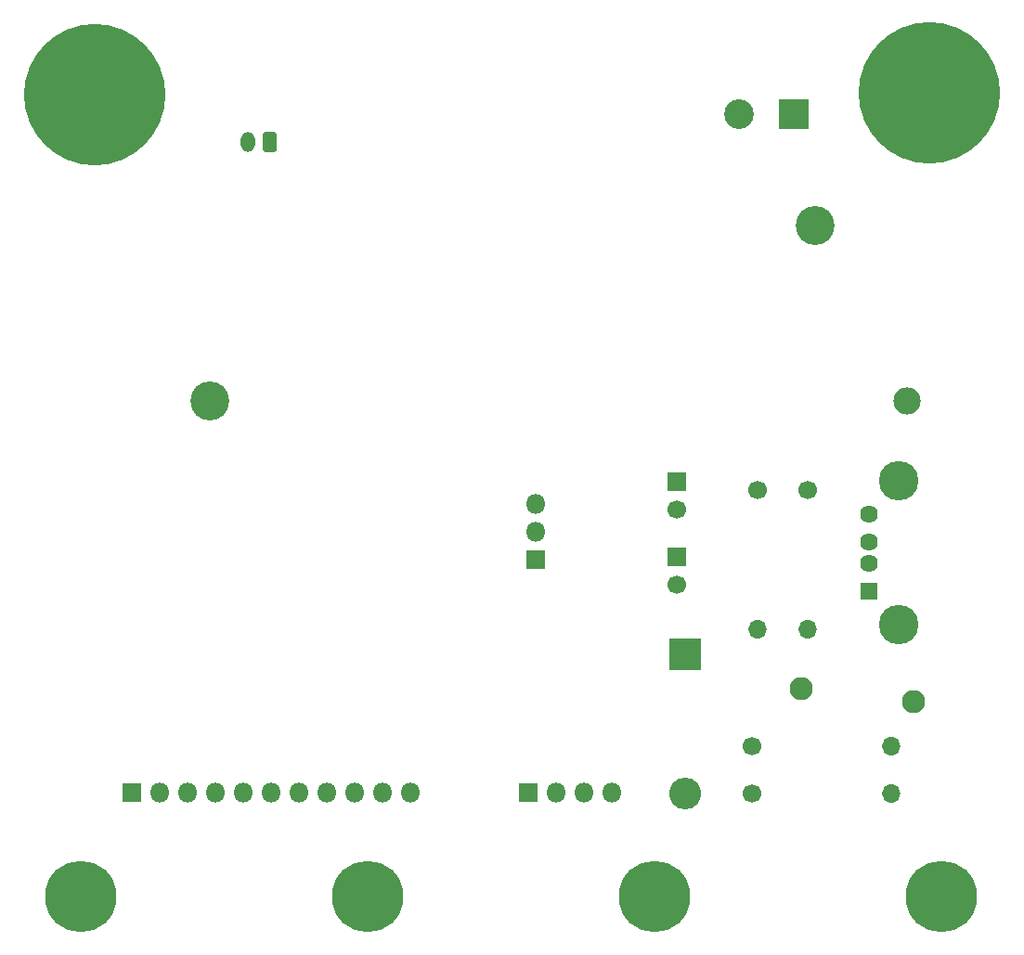
<source format=gbr>
%TF.GenerationSoftware,KiCad,Pcbnew,5.1.6-c6e7f7d~87~ubuntu18.04.1*%
%TF.CreationDate,2021-10-05T10:23:35-04:00*%
%TF.ProjectId,boosta,626f6f73-7461-42e6-9b69-6361645f7063,rev?*%
%TF.SameCoordinates,Original*%
%TF.FileFunction,Soldermask,Bot*%
%TF.FilePolarity,Negative*%
%FSLAX46Y46*%
G04 Gerber Fmt 4.6, Leading zero omitted, Abs format (unit mm)*
G04 Created by KiCad (PCBNEW 5.1.6-c6e7f7d~87~ubuntu18.04.1) date 2021-10-05 10:23:35*
%MOMM*%
%LPD*%
G01*
G04 APERTURE LIST*
%ADD10C,6.500000*%
%ADD11C,2.700000*%
%ADD12R,2.700000X2.700000*%
%ADD13C,2.490000*%
%ADD14C,3.550000*%
%ADD15O,1.700000X1.700000*%
%ADD16C,1.700000*%
%ADD17O,2.900000X2.900000*%
%ADD18R,2.900000X2.900000*%
%ADD19R,1.700000X1.700000*%
%ADD20O,1.300000X1.850000*%
%ADD21O,1.800000X1.800000*%
%ADD22R,1.800000X1.800000*%
%ADD23C,2.110000*%
%ADD24C,1.000000*%
%ADD25C,12.900000*%
%ADD26C,1.624000*%
%ADD27R,1.624000X1.624000*%
%ADD28C,3.600000*%
G04 APERTURE END LIST*
D10*
%TO.C,H5*%
X89408000Y-158750000D03*
%TD*%
%TO.C,H4*%
X63246000Y-158750000D03*
%TD*%
%TO.C,H6*%
X115570000Y-158750000D03*
%TD*%
%TO.C,H3*%
X37084000Y-158750000D03*
%TD*%
D11*
%TO.C,J4*%
X97108000Y-87376000D03*
D12*
X102108000Y-87376000D03*
%TD*%
D13*
%TO.C,BT1*%
X112460000Y-113530000D03*
D14*
X104130000Y-97530000D03*
X48930000Y-113530000D03*
%TD*%
D15*
%TO.C,R4*%
X110998000Y-149352000D03*
D16*
X98298000Y-149352000D03*
%TD*%
D15*
%TO.C,R3*%
X103378000Y-134366000D03*
D16*
X103378000Y-121666000D03*
%TD*%
D15*
%TO.C,R2*%
X110998000Y-145034000D03*
D16*
X98298000Y-145034000D03*
%TD*%
D15*
%TO.C,R1*%
X98806000Y-134366000D03*
D16*
X98806000Y-121666000D03*
%TD*%
D17*
%TO.C,D1*%
X92202000Y-149352000D03*
D18*
X92202000Y-136652000D03*
%TD*%
D16*
%TO.C,C2*%
X91440000Y-123404000D03*
D19*
X91440000Y-120904000D03*
%TD*%
D16*
%TO.C,C1*%
X91440000Y-130262000D03*
D19*
X91440000Y-127762000D03*
%TD*%
%TO.C,J2*%
G36*
G01*
X55006000Y-89261832D02*
X55006000Y-90570168D01*
G75*
G02*
X54735168Y-90841000I-270832J0D01*
G01*
X53976832Y-90841000D01*
G75*
G02*
X53706000Y-90570168I0J270832D01*
G01*
X53706000Y-89261832D01*
G75*
G02*
X53976832Y-88991000I270832J0D01*
G01*
X54735168Y-88991000D01*
G75*
G02*
X55006000Y-89261832I0J-270832D01*
G01*
G37*
D20*
X52356000Y-89916000D03*
%TD*%
D21*
%TO.C,J1*%
X85540000Y-149234000D03*
X83000000Y-149234000D03*
X80460000Y-149234000D03*
D22*
X77920000Y-149234000D03*
%TD*%
D23*
%TO.C,F1*%
X102830000Y-139770000D03*
X113030000Y-140970000D03*
%TD*%
D21*
%TO.C,J7*%
X67140000Y-149260000D03*
X64600000Y-149260000D03*
X62060000Y-149260000D03*
X59520000Y-149260000D03*
X56980000Y-149260000D03*
X54440000Y-149260000D03*
X51900000Y-149260000D03*
X49360000Y-149260000D03*
X46820000Y-149260000D03*
X44280000Y-149260000D03*
D22*
X41740000Y-149260000D03*
%TD*%
D24*
%TO.C,H2*%
X117894113Y-82225887D03*
X114500000Y-80820000D03*
X111105887Y-82225887D03*
X109700000Y-85620000D03*
X111105887Y-89014113D03*
X114500000Y-90420000D03*
X117894113Y-89014113D03*
X119300000Y-85620000D03*
D25*
X114500000Y-85450000D03*
%TD*%
%TO.C,H1*%
X38430000Y-85620000D03*
D24*
X43230000Y-85620000D03*
X41824113Y-89014113D03*
X38430000Y-90420000D03*
X35035887Y-89014113D03*
X33630000Y-85620000D03*
X35035887Y-82225887D03*
X38430000Y-80820000D03*
X41824113Y-82225887D03*
%TD*%
D26*
%TO.C,J6*%
X108980000Y-123880000D03*
X108980000Y-126380000D03*
X108980000Y-128380000D03*
D27*
X108980000Y-130880000D03*
D28*
X111690000Y-133950000D03*
X111690000Y-120810000D03*
%TD*%
D21*
%TO.C,J3*%
X78604000Y-122936000D03*
X78604000Y-125476000D03*
D22*
X78604000Y-128016000D03*
%TD*%
M02*

</source>
